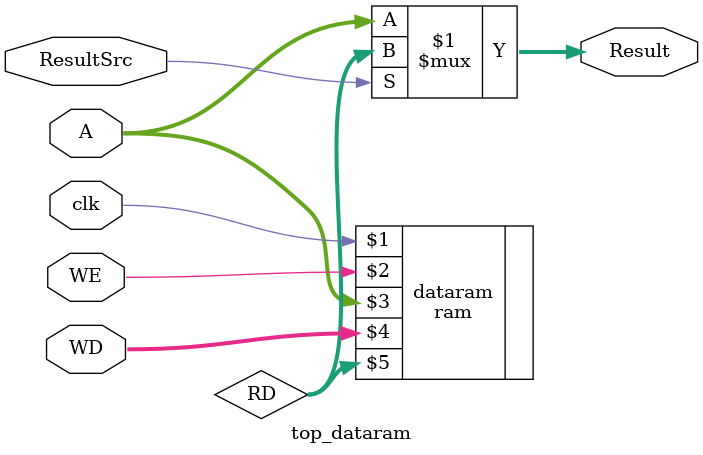
<source format=sv>
module top_dataram #(
    parameter ADDRESS_WIDTH = 32,
    DATA_WIDTH = 32
)(
    input logic clk,
    input logic WE,
    input logic [ADDRESS_WIDTH-1:0] A,
    input logic [DATA_WIDTH-1:0] WD,
    input logic ResultSrc,
    output logic [DATA_WIDTH-1:0] Result
);

    logic [DATA_WIDTH-1:0] RD;

    ram dataram(clk, WE, A, WD, RD);

    assign Result = ResultSrc ? RD : A;

endmodule

</source>
